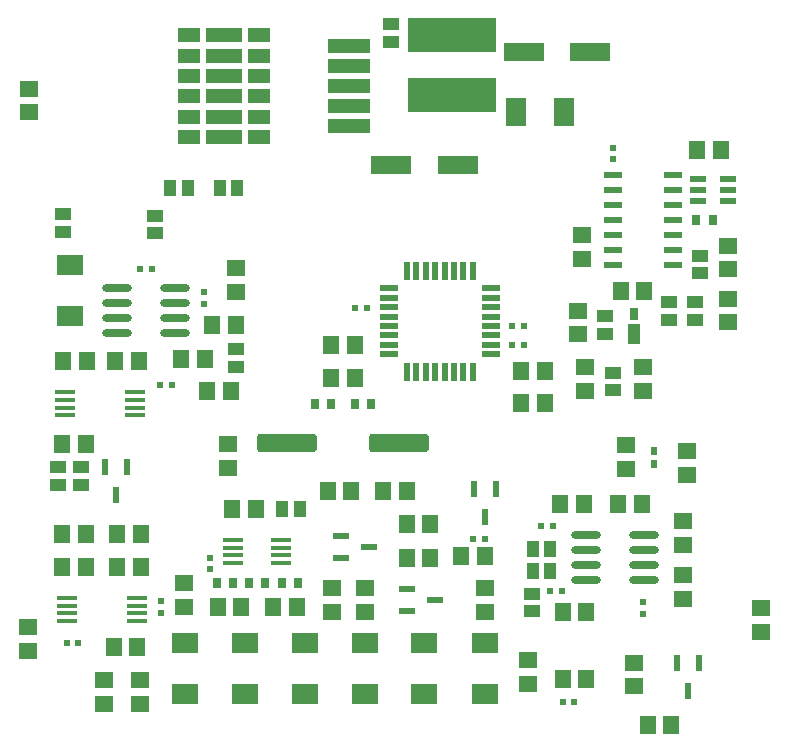
<source format=gtp>
G04 Layer_Color=8421504*
%FSLAX44Y44*%
%MOMM*%
G71*
G01*
G75*
%ADD12R,1.4000X1.1000*%
%ADD13R,1.4000X1.5000*%
%ADD14R,0.6000X0.5000*%
%ADD15R,0.5500X1.5000*%
%ADD16R,1.5000X0.5500*%
%ADD17R,7.5000X3.0000*%
%ADD18R,1.5000X1.4000*%
%ADD19R,3.5000X1.6000*%
%ADD20R,1.8001X2.4001*%
%ADD21R,0.5000X0.6000*%
%ADD22R,1.6002X0.5588*%
%ADD23R,1.3208X0.5588*%
%ADD24R,0.8000X0.9000*%
%ADD25R,0.6000X1.4500*%
%ADD26R,1.1000X1.4000*%
%ADD27R,1.7780X0.4318*%
%ADD28R,1.4500X0.6000*%
%ADD29O,2.5000X0.7000*%
%ADD30R,2.2860X1.7780*%
G04:AMPARAMS|DCode=31|XSize=5.0099mm|YSize=1.51mm|CornerRadius=0.1888mm|HoleSize=0mm|Usage=FLASHONLY|Rotation=180.000|XOffset=0mm|YOffset=0mm|HoleType=Round|Shape=RoundedRectangle|*
%AMROUNDEDRECTD31*
21,1,5.0099,1.1325,0,0,180.0*
21,1,4.6324,1.5100,0,0,180.0*
1,1,0.3775,-2.3162,0.5663*
1,1,0.3775,2.3162,0.5663*
1,1,0.3775,2.3162,-0.5663*
1,1,0.3775,-2.3162,-0.5663*
%
%ADD31ROUNDEDRECTD31*%
%ADD32R,1.7780X0.4064*%
%ADD33R,0.7899X1.0899*%
%ADD34R,1.0201X1.7899*%
%ADD35R,3.6000X1.1500*%
%ADD37R,0.5000X0.7000*%
%ADD70R,1.9050X1.2700*%
%ADD71R,3.0480X1.2700*%
D12*
X608000Y422500D02*
D03*
Y437500D02*
D03*
X347000Y633500D02*
D03*
Y618500D02*
D03*
X604000Y383500D02*
D03*
Y398500D02*
D03*
X582000Y383500D02*
D03*
Y398500D02*
D03*
X535000Y323500D02*
D03*
Y338500D02*
D03*
X528000Y371500D02*
D03*
Y386500D02*
D03*
X466000Y136500D02*
D03*
Y151500D02*
D03*
X215000Y358500D02*
D03*
Y343500D02*
D03*
X69000Y472500D02*
D03*
Y457500D02*
D03*
X147000Y471500D02*
D03*
Y456500D02*
D03*
X65000Y243500D02*
D03*
Y258500D02*
D03*
X84000Y243500D02*
D03*
Y258500D02*
D03*
D13*
X559000Y227000D02*
D03*
X539000D02*
D03*
X88000Y278000D02*
D03*
X68000D02*
D03*
X113000Y348000D02*
D03*
X133000D02*
D03*
X169000Y350000D02*
D03*
X189000D02*
D03*
X490000Y227000D02*
D03*
X510000D02*
D03*
X606000Y527000D02*
D03*
X626000D02*
D03*
X561000Y408000D02*
D03*
X541000D02*
D03*
X316000Y362000D02*
D03*
X296000D02*
D03*
Y334000D02*
D03*
X316000D02*
D03*
X457000Y340000D02*
D03*
X477000D02*
D03*
X457000Y313000D02*
D03*
X477000D02*
D03*
X360000Y182000D02*
D03*
X380000D02*
D03*
Y210000D02*
D03*
X360000D02*
D03*
X360000Y238000D02*
D03*
X340000D02*
D03*
X293000D02*
D03*
X313000D02*
D03*
X232000Y223000D02*
D03*
X212000D02*
D03*
X200000Y140000D02*
D03*
X220000D02*
D03*
X267000D02*
D03*
X247000D02*
D03*
X406000Y183000D02*
D03*
X426000D02*
D03*
X512000Y136000D02*
D03*
X492000D02*
D03*
X584000Y40000D02*
D03*
X564000D02*
D03*
X512000Y79000D02*
D03*
X492000D02*
D03*
X191000Y323000D02*
D03*
X211000D02*
D03*
X195000Y379000D02*
D03*
X215000D02*
D03*
X112000Y106000D02*
D03*
X132000D02*
D03*
X115000Y202000D02*
D03*
X135000D02*
D03*
X115000Y174000D02*
D03*
X135000D02*
D03*
X88000D02*
D03*
X68000D02*
D03*
X88000Y202000D02*
D03*
X68000D02*
D03*
X89000Y348000D02*
D03*
X69000D02*
D03*
D14*
X426000Y198000D02*
D03*
X416000D02*
D03*
X326000Y393000D02*
D03*
X316000D02*
D03*
X449000Y378000D02*
D03*
X459000D02*
D03*
X449000Y362000D02*
D03*
X459000D02*
D03*
X484000Y209000D02*
D03*
X474000D02*
D03*
X491000Y154000D02*
D03*
X481000D02*
D03*
X492000Y60000D02*
D03*
X502000D02*
D03*
X151000Y328000D02*
D03*
X161000D02*
D03*
X134000Y426000D02*
D03*
X144000D02*
D03*
X72000Y110000D02*
D03*
X82000D02*
D03*
D15*
X360000Y425000D02*
D03*
X368000D02*
D03*
X376000D02*
D03*
X384000D02*
D03*
X392000D02*
D03*
X400000D02*
D03*
X408000D02*
D03*
X416000D02*
D03*
Y339000D02*
D03*
X408000D02*
D03*
X400000D02*
D03*
X392000D02*
D03*
X384000D02*
D03*
X376000D02*
D03*
X368000D02*
D03*
X360000D02*
D03*
D16*
X431000Y410000D02*
D03*
Y402000D02*
D03*
Y394000D02*
D03*
Y386000D02*
D03*
Y378000D02*
D03*
Y370000D02*
D03*
Y362000D02*
D03*
Y354000D02*
D03*
X345000D02*
D03*
Y362000D02*
D03*
Y370000D02*
D03*
Y378000D02*
D03*
Y386000D02*
D03*
Y394000D02*
D03*
Y402000D02*
D03*
Y410000D02*
D03*
D17*
X398000Y574000D02*
D03*
Y624000D02*
D03*
D18*
X597000Y252000D02*
D03*
Y272000D02*
D03*
X632000Y446000D02*
D03*
Y426000D02*
D03*
Y381000D02*
D03*
Y401000D02*
D03*
X508000Y455000D02*
D03*
Y435000D02*
D03*
X511000Y343000D02*
D03*
Y323000D02*
D03*
X560000D02*
D03*
Y343000D02*
D03*
X505000Y371000D02*
D03*
Y391000D02*
D03*
X297000Y156000D02*
D03*
Y136000D02*
D03*
X324600Y156000D02*
D03*
Y136000D02*
D03*
X426000D02*
D03*
Y156000D02*
D03*
X594000Y213000D02*
D03*
Y193000D02*
D03*
Y167000D02*
D03*
Y147000D02*
D03*
X660000Y119000D02*
D03*
Y139000D02*
D03*
X552000Y73000D02*
D03*
Y93000D02*
D03*
X463000Y75000D02*
D03*
Y95000D02*
D03*
X171000Y160000D02*
D03*
Y140000D02*
D03*
X209000Y278000D02*
D03*
Y258000D02*
D03*
X215000Y407000D02*
D03*
Y427000D02*
D03*
X104000Y78000D02*
D03*
Y58000D02*
D03*
X134000Y78000D02*
D03*
Y58000D02*
D03*
X39000Y123000D02*
D03*
Y103000D02*
D03*
X40000Y579000D02*
D03*
Y559000D02*
D03*
X546000Y257000D02*
D03*
Y277000D02*
D03*
D19*
X459000Y610000D02*
D03*
X515000D02*
D03*
X403000Y514000D02*
D03*
X347000D02*
D03*
D20*
X452751Y559000D02*
D03*
X493249D02*
D03*
D21*
X535000Y519000D02*
D03*
Y529000D02*
D03*
X193000Y182000D02*
D03*
Y172000D02*
D03*
X560000Y144000D02*
D03*
Y134000D02*
D03*
X152000Y145000D02*
D03*
Y135000D02*
D03*
X188000Y407000D02*
D03*
Y397000D02*
D03*
D22*
X535000Y505700D02*
D03*
Y493000D02*
D03*
Y480300D02*
D03*
Y467600D02*
D03*
Y454900D02*
D03*
Y442200D02*
D03*
Y429500D02*
D03*
X585800D02*
D03*
Y442200D02*
D03*
Y454900D02*
D03*
Y467600D02*
D03*
Y480300D02*
D03*
Y493000D02*
D03*
Y505700D02*
D03*
D23*
X631700Y502398D02*
D03*
Y493000D02*
D03*
Y483602D02*
D03*
X606300D02*
D03*
Y493000D02*
D03*
Y502398D02*
D03*
D24*
X619000Y468000D02*
D03*
X605000D02*
D03*
X296000Y312000D02*
D03*
X282000D02*
D03*
X316000Y312000D02*
D03*
X330000D02*
D03*
X226000Y160000D02*
D03*
X240000D02*
D03*
X199000D02*
D03*
X213000D02*
D03*
X254000D02*
D03*
X268000D02*
D03*
D25*
X435500Y239750D02*
D03*
X416500D02*
D03*
X426000Y216250D02*
D03*
X607500Y92750D02*
D03*
X588500D02*
D03*
X598000Y69250D02*
D03*
X123500Y258750D02*
D03*
X104500D02*
D03*
X114000Y235250D02*
D03*
D26*
X254500Y223000D02*
D03*
X269500D02*
D03*
X481500Y189000D02*
D03*
X466500D02*
D03*
X481500Y171000D02*
D03*
X466500D02*
D03*
X201500Y495000D02*
D03*
X216500D02*
D03*
X174500Y495000D02*
D03*
X159500D02*
D03*
D27*
X212553Y177250D02*
D03*
Y183750D02*
D03*
Y190250D02*
D03*
Y196750D02*
D03*
X253447D02*
D03*
Y190250D02*
D03*
Y183750D02*
D03*
Y177250D02*
D03*
D28*
X360250Y155500D02*
D03*
Y136500D02*
D03*
X383750Y146000D02*
D03*
X304250Y200500D02*
D03*
Y181500D02*
D03*
X327750Y191000D02*
D03*
D29*
X560500Y162950D02*
D03*
Y175650D02*
D03*
Y188350D02*
D03*
Y201050D02*
D03*
X511500Y162950D02*
D03*
Y175650D02*
D03*
Y188350D02*
D03*
Y201050D02*
D03*
X163500Y371950D02*
D03*
Y384650D02*
D03*
Y397350D02*
D03*
Y410050D02*
D03*
X114500Y371950D02*
D03*
Y384650D02*
D03*
Y397350D02*
D03*
Y410050D02*
D03*
D30*
X426200Y66230D02*
D03*
Y109770D02*
D03*
X375000Y66230D02*
D03*
Y109770D02*
D03*
X324600Y66230D02*
D03*
Y109770D02*
D03*
X274000Y66230D02*
D03*
Y109770D02*
D03*
X223000Y66230D02*
D03*
Y109770D02*
D03*
X172200Y66230D02*
D03*
Y109770D02*
D03*
X75000Y429770D02*
D03*
Y386230D02*
D03*
D31*
X258500Y279000D02*
D03*
X353501D02*
D03*
D32*
X131718Y128250D02*
D03*
Y134750D02*
D03*
Y141250D02*
D03*
Y147750D02*
D03*
X72282D02*
D03*
Y141250D02*
D03*
Y134750D02*
D03*
Y128250D02*
D03*
X70282Y321750D02*
D03*
Y315250D02*
D03*
Y308750D02*
D03*
Y302250D02*
D03*
X129718D02*
D03*
Y308750D02*
D03*
Y315250D02*
D03*
Y321750D02*
D03*
D33*
X552000Y387901D02*
D03*
D34*
Y371000D02*
D03*
D35*
X311500Y547000D02*
D03*
Y564000D02*
D03*
Y581000D02*
D03*
Y598000D02*
D03*
Y615000D02*
D03*
D37*
X569000Y261500D02*
D03*
Y272500D02*
D03*
D70*
X234936Y606908D02*
D03*
X175246D02*
D03*
X234936Y624180D02*
D03*
X175246D02*
D03*
X234936Y589636D02*
D03*
X175246D02*
D03*
X234936Y572364D02*
D03*
X175246D02*
D03*
X234936Y555092D02*
D03*
X175246D02*
D03*
Y537820D02*
D03*
X234936D02*
D03*
D71*
X205091Y606908D02*
D03*
Y624180D02*
D03*
Y589636D02*
D03*
Y572364D02*
D03*
Y555092D02*
D03*
Y537820D02*
D03*
M02*

</source>
